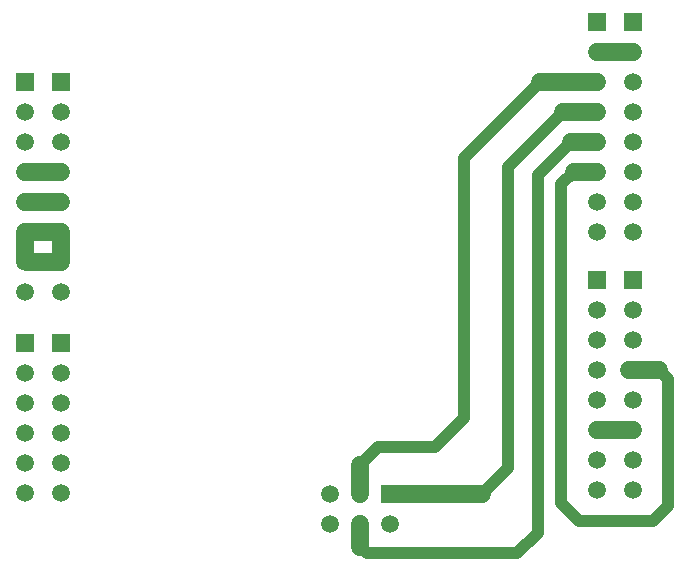
<source format=gtl>
G04 CAM350/DFMSTREAM V11.0 (Build 715) Date:  Thu Jan 31 17:35:09 2019 *
G04 Database: (Untitled) *
G04 Layer 8: pcb3-1 *
%FSTAX43Y43*%
%MOMM*%
%SFA1.000B1.000*%

%MIA0B0*%
%IPPOS*%
%ADD10C,1.50000*%
%ADD11C,1.00000*%
%ADD12R,1.50000X1.50000*%
%ADD13C,1.50000*%
%LNpcb3-1*%
%LPD*%
G54D12*
X0135811Y0062403D03*
X0087401Y0057107D03*
Y0079201D03*
X0135811Y0084247D03*
X0084353Y0079201D03*
X0132763Y0084247D03*
X0084353Y0057107D03*
X0132763Y0062403D03*
X0115249Y0044249D03*
G54D13*
X0135811Y0059863D03*
Y0057323D03*
Y0054783D03*
Y0052243D03*
Y0049703D03*
Y0047163D03*
Y0044623D03*
X0087401Y0054567D03*
Y0052027D03*
Y0049487D03*
Y0046947D03*
Y0044407D03*
Y0076661D03*
Y0074121D03*
Y0071581D03*
Y0069041D03*
Y0066501D03*
Y0063961D03*
Y0061421D03*
X0135811Y0081707D03*
Y0079167D03*
Y0076627D03*
Y0074087D03*
Y0071547D03*
Y0069007D03*
Y0066467D03*
X0084353Y0076661D03*
Y0074121D03*
Y0071581D03*
Y0069041D03*
Y0066501D03*
Y0063961D03*
Y0061421D03*
X0132763Y0081707D03*
Y0079167D03*
Y0076627D03*
Y0074087D03*
Y0071547D03*
Y0069007D03*
Y0066467D03*
X0084353Y0054567D03*
Y0052027D03*
Y0049487D03*
Y0046947D03*
Y0044407D03*
X0132763Y0059863D03*
Y0057323D03*
Y0054783D03*
Y0052243D03*
Y0049703D03*
Y0047163D03*
Y0044623D03*
X0115249Y0041709D03*
X0112709Y0044249D03*
Y0041709D03*
X0110169Y0044249D03*
Y0041709D03*
G54D10*
X0132763Y0081707D02*
G01X0135811D01*
X0127917Y0079167D02*
G01X0132763D01*
X0129877Y0076627D02*
G01X0132763D01*
X0130587Y0074087D02*
G01X0132763D01*
X0135499Y0054749D02*
G01X0137999D01*
X0130797Y0071547D02*
G01X0132763D01*
Y0049703D02*
G01X0135811D01*
X0084353Y0064069D02*
G01Y0066501D01*
X0084461Y0063961D02*
G01X0087401D01*
Y0066501*
X0084353D02*
G01X0087401D01*
X0084353Y0069041D02*
G01X0087401D01*
X0084353Y0071581D02*
G01X0087401D01*
X0112709Y0044249D02*
G01Y0046709D01*
X0115249Y0044249D02*
G01X0122999D01*
X0112709Y0039789D02*
G01Y0041709D01*
G54D11*
X0118999Y0048249D02*
G01X0121499Y0050749D01*
Y0072749*
X0127917Y0079167*
X0122999Y0044249D02*
G01X0125249Y0046499D01*
Y0071999*
X0129877Y0076627*
X0125999Y0039249D02*
G01X0127749Y0040999D01*
Y0071249*
X0130587Y0074087*
X0137999Y0054749D02*
G01X0138749Y0053999D01*
Y0043249D02*
G01Y0053999D01*
X0137499Y0041999D02*
G01X0138749Y0043249D01*
X0131249Y0041999D02*
G01X0137499D01*
X0129749Y0043499D02*
G01X0131249Y0041999D01*
X0129749Y0043499D02*
G01Y0070499D01*
X0130797Y0071547*
X0084353Y0064069D02*
G01X0084461Y0063961D01*
X0114249Y0048249D02*
G01X0118999D01*
X0112709Y0046709D02*
G01X0114249Y0048249D01*
X0113249Y0039249D02*
G01X0125749D01*
X0112709Y0039789D02*
G01X0113249Y0039249D01*
M02*

</source>
